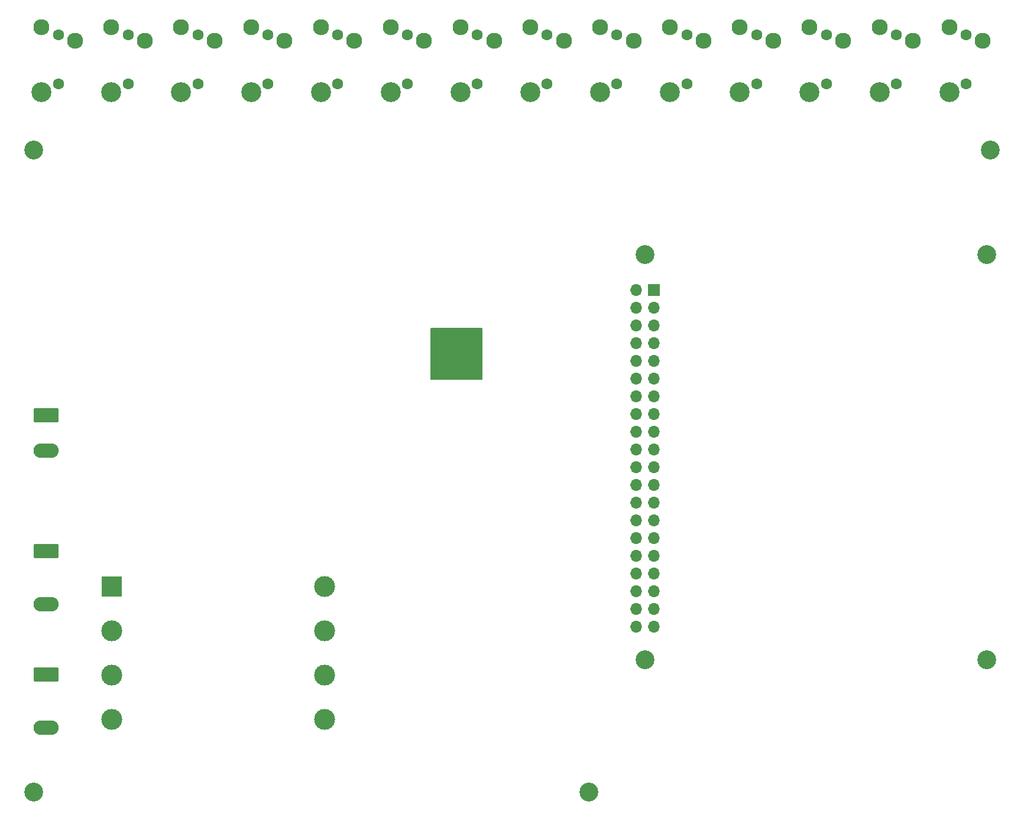
<source format=gbs>
%TF.GenerationSoftware,KiCad,Pcbnew,7.0.1*%
%TF.CreationDate,2023-09-05T22:58:43-07:00*%
%TF.ProjectId,Power_Meter_RPi_Hat_HW,506f7765-725f-44d6-9574-65725f525069,rev?*%
%TF.SameCoordinates,PX686d660PY8f0d180*%
%TF.FileFunction,Soldermask,Bot*%
%TF.FilePolarity,Negative*%
%FSLAX46Y46*%
G04 Gerber Fmt 4.6, Leading zero omitted, Abs format (unit mm)*
G04 Created by KiCad (PCBNEW 7.0.1) date 2023-09-05 22:58:43*
%MOMM*%
%LPD*%
G01*
G04 APERTURE LIST*
G04 Aperture macros list*
%AMRoundRect*
0 Rectangle with rounded corners*
0 $1 Rounding radius*
0 $2 $3 $4 $5 $6 $7 $8 $9 X,Y pos of 4 corners*
0 Add a 4 corners polygon primitive as box body*
4,1,4,$2,$3,$4,$5,$6,$7,$8,$9,$2,$3,0*
0 Add four circle primitives for the rounded corners*
1,1,$1+$1,$2,$3*
1,1,$1+$1,$4,$5*
1,1,$1+$1,$6,$7*
1,1,$1+$1,$8,$9*
0 Add four rect primitives between the rounded corners*
20,1,$1+$1,$2,$3,$4,$5,0*
20,1,$1+$1,$4,$5,$6,$7,0*
20,1,$1+$1,$6,$7,$8,$9,0*
20,1,$1+$1,$8,$9,$2,$3,0*%
G04 Aperture macros list end*
%ADD10C,0.150000*%
%ADD11C,1.600000*%
%ADD12C,2.300000*%
%ADD13C,2.850000*%
%ADD14O,3.600000X2.080000*%
%ADD15RoundRect,0.249999X-1.550001X0.790001X-1.550001X-0.790001X1.550001X-0.790001X1.550001X0.790001X0*%
%ADD16RoundRect,0.250001X-1.549999X0.799999X-1.549999X-0.799999X1.549999X-0.799999X1.549999X0.799999X0*%
%ADD17O,3.600000X2.100000*%
%ADD18C,2.700000*%
%ADD19R,1.700000X1.700000*%
%ADD20O,1.700000X1.700000*%
%ADD21R,3.000000X3.000000*%
%ADD22C,3.000000*%
G04 APERTURE END LIST*
D10*
X67200000Y62200000D02*
X59900000Y62200000D01*
X59900000Y69500000D01*
X67200000Y69500000D01*
X67200000Y62200000D01*
G36*
X67200000Y62200000D02*
G01*
X59900000Y62200000D01*
X59900000Y69500000D01*
X67200000Y69500000D01*
X67200000Y62200000D01*
G37*
D11*
%TO.C,J17*%
X6500000Y111500000D03*
X6500000Y104500000D03*
D12*
X8900000Y110700000D03*
X4100000Y112600000D03*
D13*
X4100000Y103300000D03*
%TD*%
D11*
%TO.C,J16*%
X16500000Y111500000D03*
X16500000Y104500000D03*
D12*
X18900000Y110700000D03*
X14100000Y112600000D03*
D13*
X14100000Y103300000D03*
%TD*%
D11*
%TO.C,J14*%
X26500000Y111500000D03*
X26500000Y104500000D03*
D12*
X28900000Y110700000D03*
X24100000Y112600000D03*
D13*
X24100000Y103300000D03*
%TD*%
D11*
%TO.C,J13*%
X36500000Y111500000D03*
X36500000Y104500000D03*
D12*
X38900000Y110700000D03*
X34100000Y112600000D03*
D13*
X34100000Y103300000D03*
%TD*%
D11*
%TO.C,J12*%
X46500000Y111500000D03*
X46500000Y104500000D03*
D12*
X48900000Y110700000D03*
X44100000Y112600000D03*
D13*
X44100000Y103300000D03*
%TD*%
D11*
%TO.C,J11*%
X56500000Y111500000D03*
X56500000Y104500000D03*
D12*
X58900000Y110700000D03*
X54100000Y112600000D03*
D13*
X54100000Y103300000D03*
%TD*%
D11*
%TO.C,J10*%
X66500000Y111500000D03*
X66500000Y104500000D03*
D12*
X68900000Y110700000D03*
X64100000Y112600000D03*
D13*
X64100000Y103300000D03*
%TD*%
D11*
%TO.C,J9*%
X76500000Y111500000D03*
X76500000Y104500000D03*
D12*
X78900000Y110700000D03*
X74100000Y112600000D03*
D13*
X74100000Y103300000D03*
%TD*%
D11*
%TO.C,J8*%
X86500000Y111500000D03*
X86500000Y104500000D03*
D12*
X88900000Y110700000D03*
X84100000Y112600000D03*
D13*
X84100000Y103300000D03*
%TD*%
D11*
%TO.C,J7*%
X96500000Y111500000D03*
X96500000Y104500000D03*
D12*
X98900000Y110700000D03*
X94100000Y112600000D03*
D13*
X94100000Y103300000D03*
%TD*%
D11*
%TO.C,J6*%
X106500000Y111500000D03*
X106500000Y104500000D03*
D12*
X108900000Y110700000D03*
X104100000Y112600000D03*
D13*
X104100000Y103300000D03*
%TD*%
D11*
%TO.C,J5*%
X116500000Y111500000D03*
X116500000Y104500000D03*
D12*
X118900000Y110700000D03*
X114100000Y112600000D03*
D13*
X114100000Y103300000D03*
%TD*%
D11*
%TO.C,J4*%
X126500000Y111500000D03*
X126500000Y104500000D03*
D12*
X128900000Y110700000D03*
X124100000Y112600000D03*
D13*
X124100000Y103300000D03*
%TD*%
D11*
%TO.C,J3*%
X136500000Y111500000D03*
X136500000Y104500000D03*
D12*
X138900000Y110700000D03*
X134100000Y112600000D03*
D13*
X134100000Y103300000D03*
%TD*%
D14*
%TO.C,J18*%
X4777500Y51960000D03*
D15*
X4777500Y57040000D03*
%TD*%
D16*
%TO.C,J2*%
X4777500Y19810000D03*
D17*
X4777500Y12190000D03*
%TD*%
D16*
%TO.C,J1*%
X4777500Y37500000D03*
D17*
X4777500Y29880000D03*
%TD*%
D18*
%TO.C,H4*%
X139500000Y80000000D03*
%TD*%
%TO.C,H8*%
X3000000Y3000000D03*
%TD*%
%TO.C,H1*%
X90500000Y80000000D03*
%TD*%
%TO.C,H2*%
X90500000Y22000000D03*
%TD*%
%TO.C,H7*%
X82500000Y3000000D03*
%TD*%
D19*
%TO.C,J15*%
X91790000Y75000000D03*
D20*
X89250000Y75000000D03*
X91790000Y72460000D03*
X89250000Y72460000D03*
X91790000Y69920000D03*
X89250000Y69920000D03*
X91790000Y67380000D03*
X89250000Y67380000D03*
X91790000Y64840000D03*
X89250000Y64840000D03*
X91790000Y62300000D03*
X89250000Y62300000D03*
X91790000Y59760000D03*
X89250000Y59760000D03*
X91790000Y57220000D03*
X89250000Y57220000D03*
X91790000Y54680000D03*
X89250000Y54680000D03*
X91790000Y52140000D03*
X89250000Y52140000D03*
X91790000Y49600000D03*
X89250000Y49600000D03*
X91790000Y47060000D03*
X89250000Y47060000D03*
X91790000Y44520000D03*
X89250000Y44520000D03*
X91790000Y41980000D03*
X89250000Y41980000D03*
X91790000Y39440000D03*
X89250000Y39440000D03*
X91790000Y36900000D03*
X89250000Y36900000D03*
X91790000Y34360000D03*
X89250000Y34360000D03*
X91790000Y31820000D03*
X89250000Y31820000D03*
X91790000Y29280000D03*
X89250000Y29280000D03*
X91790000Y26740000D03*
X89250000Y26740000D03*
%TD*%
D18*
%TO.C,H5*%
X3000000Y95000000D03*
%TD*%
%TO.C,H6*%
X140000000Y95000000D03*
%TD*%
D21*
%TO.C,T1*%
X14200000Y32500000D03*
D22*
X14200000Y26150000D03*
X14200000Y19800000D03*
X14200000Y13450000D03*
X44680000Y32500000D03*
X44680000Y26150000D03*
X44680000Y19800000D03*
X44680000Y13450000D03*
%TD*%
D18*
%TO.C,H3*%
X139500000Y22000000D03*
%TD*%
M02*

</source>
